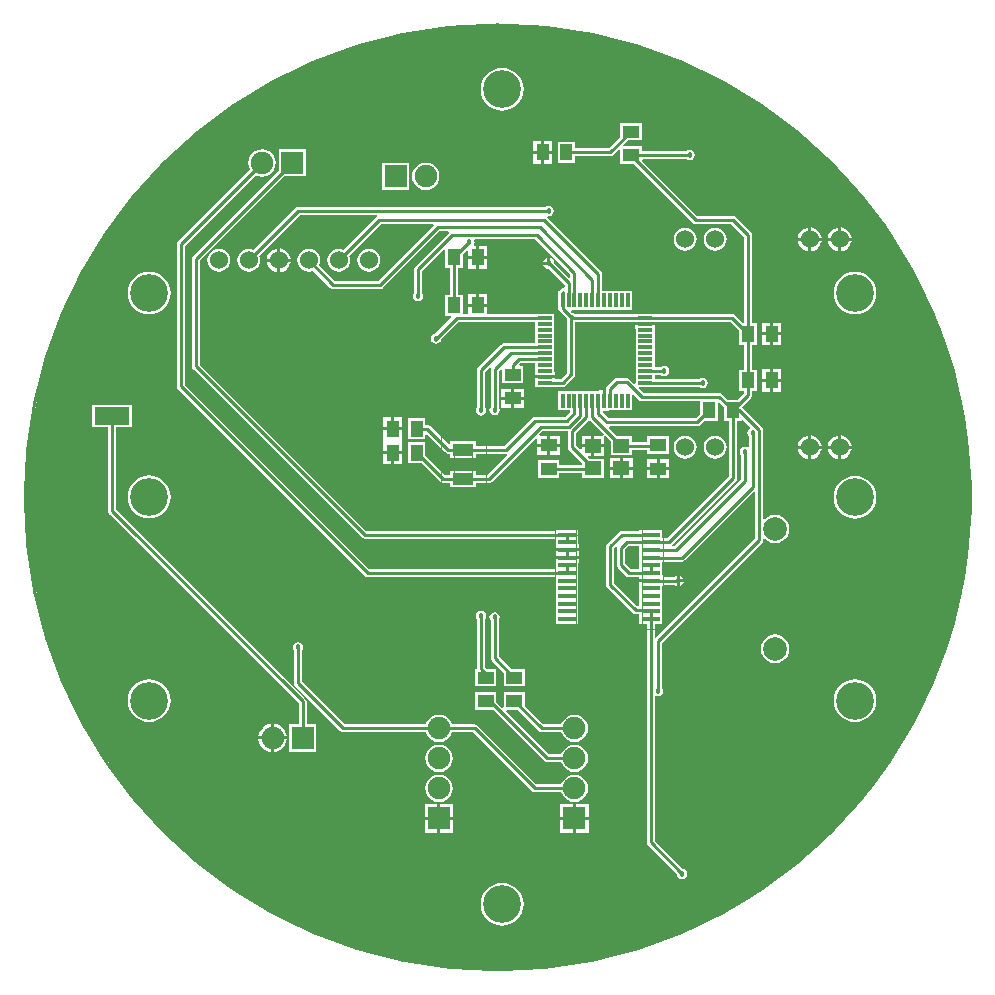
<source format=gtl>
G04*
G04 #@! TF.GenerationSoftware,Altium Limited,Altium Designer,18.1.7 (191)*
G04*
G04 Layer_Physical_Order=1*
G04 Layer_Color=255*
%FSLAX25Y25*%
%MOIN*%
G70*
G01*
G75*
%ADD10C,0.00394*%
%ADD11C,0.01000*%
%ADD14C,0.00197*%
%ADD15R,0.05512X0.04331*%
%ADD16R,0.04331X0.05512*%
%ADD17R,0.07087X0.03937*%
%ADD18R,0.06004X0.01772*%
%ADD19R,0.11811X0.05906*%
%ADD20R,0.04724X0.01181*%
%ADD21R,0.01181X0.04724*%
%ADD22R,0.05512X0.04724*%
%ADD41C,0.06000*%
%ADD42C,0.07480*%
%ADD43O,0.07480X0.07480*%
%ADD44R,0.07480X0.07480*%
%ADD45C,0.07480*%
%ADD46R,0.07480X0.07480*%
%ADD47C,0.07874*%
%ADD48C,0.12598*%
%ADD49C,0.01800*%
G36*
X455588Y464601D02*
X463283Y463843D01*
X470931Y462709D01*
X478514Y461200D01*
X486015Y459321D01*
X493414Y457077D01*
X500694Y454472D01*
X507837Y451513D01*
X514826Y448208D01*
X521645Y444563D01*
X528277Y440588D01*
X534706Y436292D01*
X540916Y431686D01*
X546893Y426781D01*
X552622Y421589D01*
X558089Y416122D01*
X563281Y410393D01*
X568186Y404416D01*
X572792Y398206D01*
X577088Y391777D01*
X581063Y385145D01*
X584708Y378326D01*
X588013Y371337D01*
X590972Y364193D01*
X593577Y356914D01*
X595822Y349515D01*
X597700Y342015D01*
X599209Y334431D01*
X600343Y326783D01*
X601101Y319089D01*
X601480Y311366D01*
Y307500D01*
Y303634D01*
X601101Y295912D01*
X600343Y288217D01*
X599209Y280569D01*
X597700Y272986D01*
X595822Y265485D01*
X593577Y258086D01*
X590972Y250806D01*
X588013Y243663D01*
X584708Y236674D01*
X581063Y229855D01*
X577088Y223223D01*
X572792Y216794D01*
X568186Y210584D01*
X563281Y204607D01*
X558089Y198878D01*
X552622Y193411D01*
X546893Y188219D01*
X540916Y183314D01*
X534706Y178708D01*
X528277Y174412D01*
X521645Y170437D01*
X514826Y166792D01*
X507837Y163487D01*
X500694Y160528D01*
X493414Y157923D01*
X486015Y155678D01*
X478514Y153800D01*
X470931Y152291D01*
X463283Y151157D01*
X455588Y150399D01*
X447866Y150020D01*
X440134D01*
X432411Y150399D01*
X424717Y151157D01*
X417069Y152291D01*
X409485Y153800D01*
X401985Y155678D01*
X394586Y157923D01*
X387306Y160528D01*
X380163Y163487D01*
X373174Y166792D01*
X366355Y170437D01*
X359723Y174412D01*
X353294Y178708D01*
X347084Y183314D01*
X341107Y188219D01*
X335378Y193411D01*
X329911Y198878D01*
X324719Y204607D01*
X319813Y210584D01*
X315208Y216794D01*
X310912Y223223D01*
X306937Y229855D01*
X303292Y236674D01*
X299987Y243663D01*
X297028Y250806D01*
X294423Y258086D01*
X292179Y265485D01*
X290300Y272986D01*
X288791Y280569D01*
X287657Y288217D01*
X286899Y295912D01*
X286520Y303634D01*
Y307500D01*
Y311366D01*
X286899Y319089D01*
X287657Y326783D01*
X288791Y334431D01*
X290300Y342015D01*
X292179Y349515D01*
X294423Y356914D01*
X297028Y364193D01*
X299987Y371337D01*
X303292Y378326D01*
X306937Y385145D01*
X310912Y391777D01*
X315208Y398206D01*
X319813Y404416D01*
X324719Y410393D01*
X329911Y416122D01*
X335378Y421589D01*
X341107Y426781D01*
X347084Y431686D01*
X353294Y436292D01*
X359723Y440588D01*
X366355Y444563D01*
X373174Y448208D01*
X380163Y451513D01*
X387306Y454472D01*
X394586Y457077D01*
X401985Y459321D01*
X409485Y461200D01*
X417069Y462709D01*
X424717Y463843D01*
X432411Y464601D01*
X440134Y464980D01*
X447866D01*
X455588Y464601D01*
D02*
G37*
%LPC*%
G36*
X445000Y450634D02*
X443608Y450496D01*
X442270Y450091D01*
X441037Y449431D01*
X439956Y448544D01*
X439069Y447463D01*
X438410Y446230D01*
X438003Y444892D01*
X437866Y443500D01*
X438003Y442108D01*
X438410Y440770D01*
X439069Y439537D01*
X439956Y438456D01*
X441037Y437569D01*
X442270Y436909D01*
X443608Y436504D01*
X445000Y436366D01*
X446392Y436504D01*
X447730Y436909D01*
X448963Y437569D01*
X450044Y438456D01*
X450931Y439537D01*
X451590Y440770D01*
X451997Y442108D01*
X452134Y443500D01*
X451997Y444892D01*
X451590Y446230D01*
X450931Y447463D01*
X450044Y448544D01*
X448963Y449431D01*
X447730Y450091D01*
X446392Y450496D01*
X445000Y450634D01*
D02*
G37*
G36*
X491556Y432402D02*
X484444D01*
Y427756D01*
X480514Y423826D01*
X469402D01*
Y426056D01*
X463472D01*
Y418944D01*
X469402D01*
Y421174D01*
X481063D01*
X481570Y421275D01*
X482000Y421563D01*
X483982Y423545D01*
X484444Y423353D01*
Y418598D01*
X489091D01*
X508626Y399063D01*
X509056Y398775D01*
X509563Y398675D01*
X521451D01*
X525737Y394388D01*
Y365904D01*
X525238Y365700D01*
X522674Y368264D01*
X522243Y368551D01*
X521736Y368652D01*
X495894D01*
Y368717D01*
X489570D01*
Y368652D01*
X469332D01*
X468919Y368928D01*
X468432Y369025D01*
X468049Y369408D01*
X468240Y369870D01*
X468732D01*
Y370070D01*
X488217D01*
Y376395D01*
X478310D01*
Y382055D01*
X478209Y382562D01*
X477921Y382992D01*
X460071Y400842D01*
X460284Y401310D01*
X460500Y401267D01*
X461163Y401399D01*
X461726Y401774D01*
X462101Y402337D01*
X462233Y403000D01*
X462101Y403663D01*
X461726Y404226D01*
X461163Y404601D01*
X460500Y404733D01*
X459837Y404601D01*
X459424Y404325D01*
X377000D01*
X376493Y404225D01*
X376063Y403937D01*
X362083Y389957D01*
X361492Y390202D01*
X360500Y390333D01*
X359508Y390202D01*
X358584Y389819D01*
X357790Y389210D01*
X357181Y388416D01*
X356798Y387492D01*
X356667Y386500D01*
X356798Y385508D01*
X357181Y384584D01*
X357790Y383790D01*
X358584Y383181D01*
X359508Y382798D01*
X360500Y382667D01*
X361492Y382798D01*
X362416Y383181D01*
X363210Y383790D01*
X363819Y384584D01*
X364202Y385508D01*
X364333Y386500D01*
X364202Y387492D01*
X363957Y388083D01*
X377549Y401675D01*
X403335D01*
X403398Y401494D01*
X403418Y401174D01*
X403063Y400937D01*
X392083Y389957D01*
X391492Y390202D01*
X390500Y390333D01*
X389508Y390202D01*
X388584Y389819D01*
X387790Y389210D01*
X387181Y388416D01*
X386798Y387492D01*
X386667Y386500D01*
X386798Y385508D01*
X387181Y384584D01*
X387790Y383790D01*
X388584Y383181D01*
X389508Y382798D01*
X390500Y382667D01*
X391492Y382798D01*
X392416Y383181D01*
X393210Y383790D01*
X393819Y384584D01*
X394202Y385508D01*
X394333Y386500D01*
X394202Y387492D01*
X393957Y388083D01*
X404549Y398675D01*
X422093D01*
X422300Y398175D01*
X403778Y379652D01*
X389222D01*
X383957Y384917D01*
X384202Y385508D01*
X384333Y386500D01*
X384202Y387492D01*
X383819Y388416D01*
X383210Y389210D01*
X382416Y389819D01*
X381492Y390202D01*
X380500Y390333D01*
X379508Y390202D01*
X378584Y389819D01*
X377790Y389210D01*
X377181Y388416D01*
X376798Y387492D01*
X376667Y386500D01*
X376798Y385508D01*
X377181Y384584D01*
X377790Y383790D01*
X378584Y383181D01*
X379508Y382798D01*
X380500Y382667D01*
X381492Y382798D01*
X382083Y383043D01*
X387736Y377390D01*
X388166Y377102D01*
X388673Y377001D01*
X404327D01*
X404834Y377102D01*
X405264Y377390D01*
X424049Y396175D01*
X427093D01*
X427300Y395674D01*
X416063Y384437D01*
X415775Y384007D01*
X415674Y383500D01*
Y375641D01*
X415399Y375228D01*
X415267Y374564D01*
X415399Y373901D01*
X415774Y373339D01*
X416337Y372963D01*
X417000Y372831D01*
X417663Y372963D01*
X418226Y373339D01*
X418601Y373901D01*
X418733Y374564D01*
X418601Y375228D01*
X418326Y375641D01*
Y382951D01*
X425636Y390261D01*
X426098Y390070D01*
Y383944D01*
X427738D01*
Y375056D01*
X426098D01*
Y367944D01*
X427916D01*
X428108Y367482D01*
X422753Y362127D01*
X422266Y362031D01*
X421703Y361655D01*
X421328Y361092D01*
X421196Y360429D01*
X421328Y359766D01*
X421703Y359204D01*
X422266Y358828D01*
X422929Y358696D01*
X423592Y358828D01*
X424155Y359204D01*
X424531Y359766D01*
X424627Y360253D01*
X430376Y366001D01*
X456106D01*
Y361999D01*
Y358810D01*
X445484D01*
X444977Y358709D01*
X444547Y358421D01*
X437063Y350937D01*
X436775Y350507D01*
X436674Y350000D01*
Y337576D01*
X436399Y337163D01*
X436267Y336500D01*
X436399Y335837D01*
X436774Y335274D01*
X437337Y334899D01*
X438000Y334767D01*
X438663Y334899D01*
X439226Y335274D01*
X439601Y335837D01*
X439733Y336500D01*
X439601Y337163D01*
X439326Y337576D01*
Y349451D01*
X440977Y351103D01*
X441366Y350784D01*
X441275Y350649D01*
X441175Y350142D01*
Y337698D01*
X440899Y337285D01*
X440767Y336621D01*
X440899Y335958D01*
X441274Y335396D01*
X441837Y335020D01*
X442500Y334888D01*
X443163Y335020D01*
X443726Y335396D01*
X444101Y335958D01*
X444233Y336621D01*
X444101Y337285D01*
X443825Y337698D01*
Y349593D01*
X444502Y350269D01*
X444964Y350078D01*
Y345472D01*
X452076D01*
Y351402D01*
X450930D01*
X450739Y351864D01*
X451096Y352222D01*
X456106D01*
Y349232D01*
X455905D01*
Y348142D01*
X459268D01*
X462630D01*
Y349232D01*
X462430D01*
Y352157D01*
Y356094D01*
Y360031D01*
Y363968D01*
Y368717D01*
X456106D01*
Y368652D01*
X440102D01*
Y371000D01*
X436937D01*
X433772D01*
Y368652D01*
X432028D01*
Y375056D01*
X430388D01*
Y383944D01*
X432028D01*
Y388591D01*
X433310Y389872D01*
X433772Y389681D01*
Y388000D01*
X436437D01*
Y391256D01*
X435878D01*
X435610Y391756D01*
X435664Y391837D01*
X435796Y392500D01*
X435675Y393111D01*
X435705Y393255D01*
X435895Y393612D01*
X456002D01*
X467785Y381829D01*
Y380743D01*
X467323Y380552D01*
X462427Y385448D01*
X462437Y385500D01*
X462290Y386241D01*
X461870Y386870D01*
X461241Y387290D01*
X461000Y387338D01*
Y385500D01*
X460500D01*
Y385000D01*
X458662D01*
X458710Y384759D01*
X459130Y384130D01*
X459759Y383710D01*
X460500Y383563D01*
X460552Y383573D01*
X465816Y378309D01*
Y377516D01*
X465316Y377124D01*
X465173Y377152D01*
X464666Y377051D01*
X464236Y376764D01*
X463989Y376395D01*
X463783D01*
Y370070D01*
X463978D01*
X464027Y369824D01*
X464314Y369394D01*
X466558Y367150D01*
X466655Y366664D01*
X466675Y366634D01*
Y349049D01*
X464624Y346999D01*
X462630D01*
Y347142D01*
X459268D01*
X455905D01*
Y346051D01*
X456106D01*
Y344283D01*
X462430D01*
Y344348D01*
X465173D01*
X465681Y344449D01*
X466111Y344736D01*
X468937Y347563D01*
X469225Y347993D01*
X469325Y348500D01*
Y365997D01*
X469332Y366001D01*
X489370D01*
Y365858D01*
X492732D01*
X496095D01*
Y366001D01*
X521187D01*
X524098Y363091D01*
Y358444D01*
X525737D01*
Y350056D01*
X524098D01*
Y342944D01*
X525737D01*
Y342175D01*
X523618Y340056D01*
X520256D01*
X518374Y341937D01*
X517944Y342225D01*
X517437Y342325D01*
X492049D01*
X490554Y343821D01*
X490745Y344283D01*
X495894D01*
Y344348D01*
X510751D01*
X511164Y344072D01*
X511827Y343940D01*
X512490Y344072D01*
X513052Y344448D01*
X513428Y345010D01*
X513560Y345673D01*
X513428Y346337D01*
X513052Y346899D01*
X512490Y347275D01*
X511827Y347407D01*
X511164Y347275D01*
X510751Y346999D01*
X495894D01*
Y348285D01*
X497924D01*
X498337Y348009D01*
X499000Y347877D01*
X499663Y348009D01*
X500226Y348385D01*
X500601Y348947D01*
X500733Y349610D01*
X500601Y350273D01*
X500226Y350836D01*
X499663Y351212D01*
X499000Y351343D01*
X498337Y351212D01*
X497924Y350936D01*
X495894D01*
Y351001D01*
Y356094D01*
Y360031D01*
Y363768D01*
X496095D01*
Y364858D01*
X492732D01*
X489370D01*
Y363768D01*
X489570D01*
Y361999D01*
Y358062D01*
Y354125D01*
Y350188D01*
Y345458D01*
X489108Y345266D01*
X487437Y346937D01*
X487007Y347225D01*
X486500Y347325D01*
X483343D01*
X482835Y347225D01*
X482405Y346937D01*
X479984Y344516D01*
X479697Y344086D01*
X479596Y343579D01*
Y343130D01*
X479453D01*
Y339768D01*
X478453D01*
Y343130D01*
X477362D01*
Y342930D01*
X463783D01*
Y336606D01*
X467655D01*
X467731Y336105D01*
X465951Y334326D01*
X456000D01*
X455493Y334225D01*
X455063Y333937D01*
X445872Y324747D01*
X436343D01*
Y326190D01*
X427657D01*
Y325362D01*
X427157Y325155D01*
X420953Y331359D01*
X420523Y331646D01*
X420016Y331747D01*
X419434D01*
Y333977D01*
X413503D01*
Y326865D01*
X419434D01*
Y328421D01*
X419934Y328629D01*
X426079Y322484D01*
X426509Y322197D01*
X427016Y322096D01*
X427657D01*
Y320653D01*
X436343D01*
Y322096D01*
X446421D01*
X446537Y322119D01*
X446784Y321658D01*
X440030Y314904D01*
X436343D01*
Y316347D01*
X427657D01*
Y314904D01*
X425860D01*
X419434Y321330D01*
Y325977D01*
X413503D01*
Y318865D01*
X418150D01*
X424374Y312642D01*
X424804Y312354D01*
X425311Y312253D01*
X427657D01*
Y310810D01*
X436343D01*
Y312253D01*
X440579D01*
X441086Y312354D01*
X441516Y312642D01*
X456282Y327408D01*
X456744Y327216D01*
Y325437D01*
X460000D01*
Y328102D01*
X457630D01*
X457439Y328564D01*
X458549Y329675D01*
X466773D01*
X466930Y329483D01*
Y324279D01*
X467031Y323772D01*
X467319Y323342D01*
X471720Y318941D01*
Y318389D01*
X464056D01*
Y320028D01*
X456944D01*
Y314097D01*
X464056D01*
Y315738D01*
X471720D01*
Y314098D01*
X478831D01*
Y320422D01*
X473988D01*
X473494Y320916D01*
X473685Y321378D01*
X474776D01*
Y324240D01*
X471520D01*
Y323544D01*
X471058Y323352D01*
X469582Y324828D01*
Y328934D01*
X473984Y333337D01*
X474229Y333361D01*
X478988Y328602D01*
X478781Y328102D01*
X478635Y328102D01*
X475776D01*
Y325240D01*
X479032D01*
Y327700D01*
X479032Y327852D01*
X479531Y328059D01*
X481169Y326422D01*
Y321578D01*
X488280D01*
Y323415D01*
X493444D01*
Y321972D01*
X500556D01*
Y327902D01*
X493444D01*
Y326066D01*
X488280D01*
Y327902D01*
X483437D01*
X480626Y330713D01*
X480818Y331174D01*
X510063D01*
X510570Y331275D01*
X511000Y331563D01*
X512382Y332944D01*
X517028D01*
Y338881D01*
X517490Y339072D01*
X518972Y337591D01*
Y332944D01*
X520611D01*
Y314486D01*
X499967Y293841D01*
X498326D01*
Y296761D01*
X490722D01*
Y296400D01*
X484902D01*
X484394Y296299D01*
X483964Y296012D01*
X480063Y292110D01*
X479775Y291681D01*
X479674Y291173D01*
Y278413D01*
X479775Y277906D01*
X480063Y277476D01*
X488618Y268920D01*
X489048Y268633D01*
X489556Y268532D01*
X490722D01*
Y265239D01*
X493198D01*
Y192476D01*
X493299Y191969D01*
X493586Y191539D01*
X503302Y181824D01*
X503399Y181337D01*
X503774Y180774D01*
X504337Y180399D01*
X505000Y180267D01*
X505663Y180399D01*
X506226Y180774D01*
X506601Y181337D01*
X506733Y182000D01*
X506601Y182663D01*
X506226Y183226D01*
X505663Y183601D01*
X505176Y183698D01*
X495849Y193025D01*
Y241123D01*
X496259Y241412D01*
X496349Y241396D01*
X497000Y241267D01*
X497663Y241399D01*
X498226Y241774D01*
X498601Y242337D01*
X498733Y243000D01*
X498601Y243663D01*
X498325Y244076D01*
Y258951D01*
X531700Y292326D01*
X531988Y292756D01*
X532089Y293263D01*
Y293519D01*
X532562Y293679D01*
X532621Y293602D01*
X533611Y292843D01*
X534763Y292365D01*
X536000Y292202D01*
X537237Y292365D01*
X538389Y292843D01*
X539378Y293602D01*
X540138Y294591D01*
X540615Y295744D01*
X540778Y296980D01*
X540615Y298217D01*
X540138Y299369D01*
X539378Y300359D01*
X538389Y301118D01*
X537237Y301595D01*
X536000Y301758D01*
X534763Y301595D01*
X533611Y301118D01*
X532621Y300359D01*
X532499Y300199D01*
X532025Y300360D01*
Y329911D01*
X531925Y330418D01*
X531637Y330849D01*
X525048Y337437D01*
X525229Y337918D01*
X528000Y340689D01*
X528288Y341119D01*
X528389Y341626D01*
Y342944D01*
X530028D01*
Y350056D01*
X528389D01*
Y358444D01*
X530028D01*
Y365556D01*
X528389D01*
Y394937D01*
X528288Y395444D01*
X528000Y395874D01*
X522937Y400937D01*
X522507Y401225D01*
X522000Y401326D01*
X510112D01*
X491700Y419737D01*
X491904Y420237D01*
X506423D01*
X506836Y419962D01*
X507499Y419830D01*
X508163Y419962D01*
X508725Y420337D01*
X509101Y420900D01*
X509233Y421563D01*
X509101Y422226D01*
X508725Y422789D01*
X508163Y423164D01*
X507499Y423296D01*
X506836Y423164D01*
X506423Y422889D01*
X491556D01*
Y424528D01*
X485619D01*
X485428Y424990D01*
X486909Y426472D01*
X491556D01*
Y432402D01*
D02*
G37*
G36*
X461728Y426256D02*
X459063D01*
Y423000D01*
X461728D01*
Y426256D01*
D02*
G37*
G36*
X458063D02*
X455398D01*
Y423000D01*
X458063D01*
Y426256D01*
D02*
G37*
G36*
X461728Y422000D02*
X459063D01*
Y418744D01*
X461728D01*
Y422000D01*
D02*
G37*
G36*
X458063D02*
X455398D01*
Y418744D01*
X458063D01*
Y422000D01*
D02*
G37*
G36*
X365000Y423579D02*
X363815Y423423D01*
X362710Y422966D01*
X361762Y422238D01*
X361034Y421290D01*
X360577Y420185D01*
X360421Y419000D01*
X360577Y417815D01*
X360976Y416851D01*
X337063Y392937D01*
X336775Y392507D01*
X336674Y392000D01*
Y344500D01*
X336775Y343993D01*
X337063Y343563D01*
X399283Y281342D01*
X399713Y281055D01*
X400220Y280954D01*
X462674D01*
Y278035D01*
Y275476D01*
Y272917D01*
Y270357D01*
Y267798D01*
Y265239D01*
X470278D01*
Y267798D01*
Y270357D01*
Y272917D01*
Y275476D01*
Y278035D01*
Y280594D01*
Y285512D01*
X470478D01*
Y286898D01*
X462474D01*
Y285512D01*
X462674D01*
Y283605D01*
X400770D01*
X339325Y345049D01*
Y391451D01*
X362851Y414976D01*
X363815Y414577D01*
X365000Y414421D01*
X366185Y414577D01*
X367290Y415034D01*
X368238Y415762D01*
X368966Y416710D01*
X369423Y417815D01*
X369579Y419000D01*
X369423Y420185D01*
X368966Y421290D01*
X368238Y422238D01*
X367290Y422966D01*
X366185Y423423D01*
X365000Y423579D01*
D02*
G37*
G36*
X414040Y419040D02*
X404960D01*
Y409960D01*
X414040D01*
Y419040D01*
D02*
G37*
G36*
X419500Y419079D02*
X418315Y418923D01*
X417210Y418466D01*
X416262Y417738D01*
X415534Y416790D01*
X415077Y415685D01*
X414921Y414500D01*
X415077Y413315D01*
X415534Y412210D01*
X416262Y411262D01*
X417210Y410534D01*
X418315Y410077D01*
X419500Y409921D01*
X420685Y410077D01*
X421790Y410534D01*
X422738Y411262D01*
X423466Y412210D01*
X423923Y413315D01*
X424079Y414500D01*
X423923Y415685D01*
X423466Y416790D01*
X422738Y417738D01*
X421790Y418466D01*
X420685Y418923D01*
X419500Y419079D01*
D02*
G37*
G36*
X558020Y397469D02*
Y394000D01*
X561488D01*
X561417Y394544D01*
X561014Y395517D01*
X560372Y396353D01*
X559537Y396994D01*
X558564Y397397D01*
X558020Y397469D01*
D02*
G37*
G36*
X548020D02*
Y394000D01*
X551488D01*
X551417Y394544D01*
X551014Y395517D01*
X550373Y396353D01*
X549537Y396994D01*
X548564Y397397D01*
X548020Y397469D01*
D02*
G37*
G36*
X557020Y397469D02*
X556475Y397397D01*
X555502Y396994D01*
X554667Y396353D01*
X554026Y395517D01*
X553623Y394544D01*
X553551Y394000D01*
X557020D01*
Y397469D01*
D02*
G37*
G36*
X547020D02*
X546476Y397397D01*
X545502Y396994D01*
X544667Y396353D01*
X544026Y395517D01*
X543623Y394544D01*
X543551Y394000D01*
X547020D01*
Y397469D01*
D02*
G37*
G36*
X516024Y397333D02*
X515032Y397202D01*
X514107Y396819D01*
X513313Y396210D01*
X512704Y395416D01*
X512321Y394492D01*
X512191Y393500D01*
X512321Y392508D01*
X512704Y391584D01*
X513313Y390790D01*
X514107Y390181D01*
X515032Y389798D01*
X516024Y389667D01*
X517016Y389798D01*
X517940Y390181D01*
X518734Y390790D01*
X519343Y391584D01*
X519726Y392508D01*
X519856Y393500D01*
X519726Y394492D01*
X519343Y395416D01*
X518734Y396210D01*
X517940Y396819D01*
X517016Y397202D01*
X516024Y397333D01*
D02*
G37*
G36*
X506024D02*
X505032Y397202D01*
X504107Y396819D01*
X503313Y396210D01*
X502704Y395416D01*
X502321Y394492D01*
X502191Y393500D01*
X502321Y392508D01*
X502704Y391584D01*
X503313Y390790D01*
X504107Y390181D01*
X505032Y389798D01*
X506024Y389667D01*
X507016Y389798D01*
X507940Y390181D01*
X508734Y390790D01*
X509343Y391584D01*
X509726Y392508D01*
X509856Y393500D01*
X509726Y394492D01*
X509343Y395416D01*
X508734Y396210D01*
X507940Y396819D01*
X507016Y397202D01*
X506024Y397333D01*
D02*
G37*
G36*
X557020Y393000D02*
X553551D01*
X553623Y392456D01*
X554026Y391483D01*
X554667Y390647D01*
X555502Y390006D01*
X556475Y389603D01*
X557020Y389531D01*
Y393000D01*
D02*
G37*
G36*
X547020D02*
X543551D01*
X543623Y392456D01*
X544026Y391483D01*
X544667Y390647D01*
X545502Y390006D01*
X546476Y389603D01*
X547020Y389531D01*
Y393000D01*
D02*
G37*
G36*
X561488D02*
X558020D01*
Y389531D01*
X558564Y389603D01*
X559537Y390006D01*
X560372Y390647D01*
X561014Y391483D01*
X561417Y392456D01*
X561488Y393000D01*
D02*
G37*
G36*
X551488D02*
X548020D01*
Y389531D01*
X548564Y389603D01*
X549537Y390006D01*
X550373Y390647D01*
X551014Y391483D01*
X551417Y392456D01*
X551488Y393000D01*
D02*
G37*
G36*
X440102Y391256D02*
X437437D01*
Y388000D01*
X440102D01*
Y391256D01*
D02*
G37*
G36*
X371000Y390469D02*
Y387000D01*
X374469D01*
X374397Y387544D01*
X373994Y388517D01*
X373353Y389353D01*
X372517Y389994D01*
X371544Y390397D01*
X371000Y390469D01*
D02*
G37*
G36*
X370000D02*
X369456Y390397D01*
X368483Y389994D01*
X367647Y389353D01*
X367006Y388517D01*
X366603Y387544D01*
X366531Y387000D01*
X370000D01*
Y390469D01*
D02*
G37*
G36*
X460000Y387338D02*
X459759Y387290D01*
X459130Y386870D01*
X458710Y386241D01*
X458662Y386000D01*
X460000D01*
Y387338D01*
D02*
G37*
G36*
X440102Y387000D02*
X437437D01*
Y383744D01*
X440102D01*
Y387000D01*
D02*
G37*
G36*
X436437D02*
X433772D01*
Y383744D01*
X436437D01*
Y387000D01*
D02*
G37*
G36*
X400500Y390333D02*
X399508Y390202D01*
X398584Y389819D01*
X397790Y389210D01*
X397181Y388416D01*
X396798Y387492D01*
X396667Y386500D01*
X396798Y385508D01*
X397181Y384584D01*
X397790Y383790D01*
X398584Y383181D01*
X399508Y382798D01*
X400500Y382667D01*
X401492Y382798D01*
X402416Y383181D01*
X403210Y383790D01*
X403819Y384584D01*
X404202Y385508D01*
X404333Y386500D01*
X404202Y387492D01*
X403819Y388416D01*
X403210Y389210D01*
X402416Y389819D01*
X401492Y390202D01*
X400500Y390333D01*
D02*
G37*
G36*
X350500D02*
X349508Y390202D01*
X348584Y389819D01*
X347790Y389210D01*
X347181Y388416D01*
X346798Y387492D01*
X346667Y386500D01*
X346798Y385508D01*
X347181Y384584D01*
X347790Y383790D01*
X348584Y383181D01*
X349508Y382798D01*
X350500Y382667D01*
X351492Y382798D01*
X352416Y383181D01*
X353210Y383790D01*
X353819Y384584D01*
X354202Y385508D01*
X354333Y386500D01*
X354202Y387492D01*
X353819Y388416D01*
X353210Y389210D01*
X352416Y389819D01*
X351492Y390202D01*
X350500Y390333D01*
D02*
G37*
G36*
X374469Y386000D02*
X371000D01*
Y382531D01*
X371544Y382603D01*
X372517Y383006D01*
X373353Y383647D01*
X373994Y384483D01*
X374397Y385456D01*
X374469Y386000D01*
D02*
G37*
G36*
X370000D02*
X366531D01*
X366603Y385456D01*
X367006Y384483D01*
X367647Y383647D01*
X368483Y383006D01*
X369456Y382603D01*
X370000Y382531D01*
Y386000D01*
D02*
G37*
G36*
X440102Y375256D02*
X437437D01*
Y372000D01*
X440102D01*
Y375256D01*
D02*
G37*
G36*
X436437D02*
X433772D01*
Y372000D01*
X436437D01*
Y375256D01*
D02*
G37*
G36*
X562629Y382720D02*
X561238Y382583D01*
X559900Y382177D01*
X558666Y381518D01*
X557585Y380631D01*
X556698Y379550D01*
X556039Y378316D01*
X555633Y376978D01*
X555496Y375587D01*
X555633Y374195D01*
X556039Y372857D01*
X556698Y371623D01*
X557585Y370542D01*
X558666Y369655D01*
X559900Y368996D01*
X561238Y368590D01*
X562629Y368453D01*
X564021Y368590D01*
X565359Y368996D01*
X566593Y369655D01*
X567674Y370542D01*
X568561Y371623D01*
X569220Y372857D01*
X569626Y374195D01*
X569763Y375587D01*
X569626Y376978D01*
X569220Y378316D01*
X568561Y379550D01*
X567674Y380631D01*
X566593Y381518D01*
X565359Y382177D01*
X564021Y382583D01*
X562629Y382720D01*
D02*
G37*
G36*
X327371D02*
X325979Y382583D01*
X324641Y382177D01*
X323407Y381518D01*
X322326Y380631D01*
X321439Y379550D01*
X320780Y378316D01*
X320374Y376978D01*
X320237Y375587D01*
X320374Y374195D01*
X320780Y372857D01*
X321439Y371623D01*
X322326Y370542D01*
X323407Y369655D01*
X324641Y368996D01*
X325979Y368590D01*
X327371Y368453D01*
X328762Y368590D01*
X330100Y368996D01*
X331334Y369655D01*
X332415Y370542D01*
X333302Y371623D01*
X333961Y372857D01*
X334367Y374195D01*
X334504Y375587D01*
X334367Y376978D01*
X333961Y378316D01*
X333302Y379550D01*
X332415Y380631D01*
X331334Y381518D01*
X330100Y382177D01*
X328762Y382583D01*
X327371Y382720D01*
D02*
G37*
G36*
X538102Y365756D02*
X535437D01*
Y362500D01*
X538102D01*
Y365756D01*
D02*
G37*
G36*
X534437D02*
X531772D01*
Y362500D01*
X534437D01*
Y365756D01*
D02*
G37*
G36*
X538102Y361500D02*
X535437D01*
Y358244D01*
X538102D01*
Y361500D01*
D02*
G37*
G36*
X534437D02*
X531772D01*
Y358244D01*
X534437D01*
Y361500D01*
D02*
G37*
G36*
X538102Y350256D02*
X535437D01*
Y347000D01*
X538102D01*
Y350256D01*
D02*
G37*
G36*
X534437D02*
X531772D01*
Y347000D01*
X534437D01*
Y350256D01*
D02*
G37*
G36*
X538102Y346000D02*
X535437D01*
Y342744D01*
X538102D01*
Y346000D01*
D02*
G37*
G36*
X534437D02*
X531772D01*
Y342744D01*
X534437D01*
Y346000D01*
D02*
G37*
G36*
X452276Y343728D02*
X449020D01*
Y341063D01*
X452276D01*
Y343728D01*
D02*
G37*
G36*
X448020D02*
X444764D01*
Y341063D01*
X448020D01*
Y343728D01*
D02*
G37*
G36*
X452276Y340063D02*
X449020D01*
Y337398D01*
X452276D01*
Y340063D01*
D02*
G37*
G36*
X448020D02*
X444764D01*
Y337398D01*
X448020D01*
Y340063D01*
D02*
G37*
G36*
X411760Y334177D02*
X409094D01*
Y330921D01*
X411760D01*
Y334177D01*
D02*
G37*
G36*
X408095D02*
X405429D01*
Y330921D01*
X408095D01*
Y334177D01*
D02*
G37*
G36*
X464256Y328102D02*
X461000D01*
Y325437D01*
X464256D01*
Y328102D01*
D02*
G37*
G36*
X474776Y328102D02*
X471520D01*
Y325240D01*
X474776D01*
Y328102D01*
D02*
G37*
G36*
X558020Y328177D02*
Y324709D01*
X561488D01*
X561417Y325253D01*
X561014Y326226D01*
X560372Y327062D01*
X559537Y327703D01*
X558564Y328106D01*
X558020Y328177D01*
D02*
G37*
G36*
X548020D02*
Y324709D01*
X551488D01*
X551417Y325253D01*
X551014Y326226D01*
X550373Y327062D01*
X549537Y327703D01*
X548564Y328106D01*
X548020Y328177D01*
D02*
G37*
G36*
X557020Y328177D02*
X556475Y328106D01*
X555502Y327703D01*
X554667Y327062D01*
X554026Y326226D01*
X553623Y325253D01*
X553551Y324709D01*
X557020D01*
Y328177D01*
D02*
G37*
G36*
X547020D02*
X546476Y328106D01*
X545502Y327703D01*
X544667Y327062D01*
X544026Y326226D01*
X543623Y325253D01*
X543551Y324709D01*
X547020D01*
Y328177D01*
D02*
G37*
G36*
X411760Y329921D02*
X408595D01*
X405429D01*
Y326677D01*
X405429Y326665D01*
Y326177D01*
X405429Y326165D01*
Y322921D01*
X408595D01*
X411760D01*
Y326165D01*
X411760Y326177D01*
Y326665D01*
X411760Y326677D01*
Y329921D01*
D02*
G37*
G36*
X464256Y324437D02*
X461000D01*
Y321771D01*
X464256D01*
Y324437D01*
D02*
G37*
G36*
X460000D02*
X456744D01*
Y321771D01*
X460000D01*
Y324437D01*
D02*
G37*
G36*
X479032Y324240D02*
X475776D01*
Y321378D01*
X479032D01*
Y324240D01*
D02*
G37*
G36*
X516024Y328041D02*
X515032Y327911D01*
X514107Y327528D01*
X513313Y326919D01*
X512704Y326125D01*
X512321Y325201D01*
X512191Y324209D01*
X512321Y323217D01*
X512704Y322292D01*
X513313Y321498D01*
X514107Y320889D01*
X515032Y320507D01*
X516024Y320376D01*
X517016Y320507D01*
X517940Y320889D01*
X518734Y321498D01*
X519343Y322292D01*
X519726Y323217D01*
X519856Y324209D01*
X519726Y325201D01*
X519343Y326125D01*
X518734Y326919D01*
X517940Y327528D01*
X517016Y327911D01*
X516024Y328041D01*
D02*
G37*
G36*
X506024D02*
X505032Y327911D01*
X504107Y327528D01*
X503313Y326919D01*
X502704Y326125D01*
X502321Y325201D01*
X502191Y324209D01*
X502321Y323217D01*
X502704Y322292D01*
X503313Y321498D01*
X504107Y320889D01*
X505032Y320507D01*
X506024Y320376D01*
X507016Y320507D01*
X507940Y320889D01*
X508734Y321498D01*
X509343Y322292D01*
X509726Y323217D01*
X509856Y324209D01*
X509726Y325201D01*
X509343Y326125D01*
X508734Y326919D01*
X507940Y327528D01*
X507016Y327911D01*
X506024Y328041D01*
D02*
G37*
G36*
X557020Y323709D02*
X553551D01*
X553623Y323164D01*
X554026Y322191D01*
X554667Y321356D01*
X555502Y320715D01*
X556475Y320312D01*
X557020Y320240D01*
Y323709D01*
D02*
G37*
G36*
X547020D02*
X543551D01*
X543623Y323164D01*
X544026Y322191D01*
X544667Y321356D01*
X545502Y320715D01*
X546476Y320312D01*
X547020Y320240D01*
Y323709D01*
D02*
G37*
G36*
X561488D02*
X558020D01*
Y320240D01*
X558564Y320312D01*
X559537Y320715D01*
X560372Y321356D01*
X561014Y322191D01*
X561417Y323164D01*
X561488Y323709D01*
D02*
G37*
G36*
X551488D02*
X548020D01*
Y320240D01*
X548564Y320312D01*
X549537Y320715D01*
X550373Y321356D01*
X551014Y322191D01*
X551417Y323164D01*
X551488Y323709D01*
D02*
G37*
G36*
X411760Y321921D02*
X409094D01*
Y318665D01*
X411760D01*
Y321921D01*
D02*
G37*
G36*
X408095D02*
X405429D01*
Y318665D01*
X408095D01*
Y321921D01*
D02*
G37*
G36*
X488480Y320622D02*
X485224D01*
Y317760D01*
X488480D01*
Y320622D01*
D02*
G37*
G36*
X484224D02*
X480969D01*
Y317760D01*
X484224D01*
Y320622D01*
D02*
G37*
G36*
X500756Y320228D02*
X497500D01*
Y317563D01*
X500756D01*
Y320228D01*
D02*
G37*
G36*
X496500D02*
X493244D01*
Y317563D01*
X496500D01*
Y320228D01*
D02*
G37*
G36*
X500756Y316563D02*
X497500D01*
Y313898D01*
X500756D01*
Y316563D01*
D02*
G37*
G36*
X496500D02*
X493244D01*
Y313898D01*
X496500D01*
Y316563D01*
D02*
G37*
G36*
X488480Y316760D02*
X485224D01*
Y313898D01*
X488480D01*
Y316760D01*
D02*
G37*
G36*
X484224D02*
X480969D01*
Y313898D01*
X484224D01*
Y316760D01*
D02*
G37*
G36*
X327371Y314807D02*
X325979Y314670D01*
X324641Y314264D01*
X323407Y313605D01*
X322326Y312717D01*
X321439Y311636D01*
X320780Y310403D01*
X320374Y309065D01*
X320237Y307673D01*
X320374Y306281D01*
X320780Y304943D01*
X321439Y303710D01*
X322326Y302629D01*
X323407Y301742D01*
X324641Y301083D01*
X325979Y300677D01*
X327371Y300540D01*
X328762Y300677D01*
X330100Y301083D01*
X331334Y301742D01*
X332415Y302629D01*
X333302Y303710D01*
X333961Y304943D01*
X334367Y306281D01*
X334504Y307673D01*
X334367Y309065D01*
X333961Y310403D01*
X333302Y311636D01*
X332415Y312717D01*
X331334Y313605D01*
X330100Y314264D01*
X328762Y314670D01*
X327371Y314807D01*
D02*
G37*
G36*
X562629Y314634D02*
X561238Y314496D01*
X559900Y314090D01*
X558666Y313431D01*
X557585Y312544D01*
X556698Y311463D01*
X556039Y310230D01*
X555633Y308892D01*
X555496Y307500D01*
X555633Y306108D01*
X556039Y304770D01*
X556698Y303537D01*
X557585Y302456D01*
X558666Y301569D01*
X559900Y300909D01*
X561238Y300503D01*
X562629Y300366D01*
X564021Y300503D01*
X565359Y300909D01*
X566593Y301569D01*
X567674Y302456D01*
X568561Y303537D01*
X569220Y304770D01*
X569626Y306108D01*
X569763Y307500D01*
X569626Y308892D01*
X569220Y310230D01*
X568561Y311463D01*
X567674Y312544D01*
X566593Y313431D01*
X565359Y314090D01*
X564021Y314496D01*
X562629Y314634D01*
D02*
G37*
G36*
X379540Y423540D02*
X370460D01*
Y416334D01*
X342063Y387937D01*
X341775Y387507D01*
X341674Y387000D01*
Y351220D01*
X341775Y350713D01*
X342063Y350283D01*
X398208Y294138D01*
X398639Y293850D01*
X399146Y293749D01*
X462674D01*
Y291843D01*
X462474D01*
Y290457D01*
X470478D01*
Y291843D01*
X470278D01*
Y296761D01*
X462674D01*
Y296400D01*
X399695D01*
X344325Y351769D01*
Y386451D01*
X372334Y414460D01*
X379540D01*
Y423540D01*
D02*
G37*
G36*
X470478Y289457D02*
X462474D01*
Y288071D01*
Y287898D01*
X470478D01*
Y288071D01*
Y289457D01*
D02*
G37*
G36*
X536000Y261798D02*
X534763Y261635D01*
X533611Y261157D01*
X532621Y260398D01*
X531862Y259409D01*
X531385Y258256D01*
X531222Y257020D01*
X531385Y255783D01*
X531862Y254631D01*
X532621Y253641D01*
X533611Y252882D01*
X534763Y252405D01*
X536000Y252242D01*
X537237Y252405D01*
X538389Y252882D01*
X539378Y253641D01*
X540138Y254631D01*
X540615Y255783D01*
X540778Y257020D01*
X540615Y258256D01*
X540138Y259409D01*
X539378Y260398D01*
X538389Y261157D01*
X537237Y261635D01*
X536000Y261798D01*
D02*
G37*
G36*
X442500Y269233D02*
X441837Y269101D01*
X441274Y268726D01*
X440899Y268163D01*
X440767Y267500D01*
X440899Y266837D01*
X441175Y266424D01*
Y254047D01*
X441275Y253540D01*
X441563Y253110D01*
X445554Y249118D01*
Y244472D01*
X452666D01*
Y250402D01*
X448019D01*
X443825Y254596D01*
Y266424D01*
X444101Y266837D01*
X444233Y267500D01*
X444101Y268163D01*
X443726Y268726D01*
X443163Y269101D01*
X442500Y269233D01*
D02*
G37*
G36*
X438000Y269733D02*
X437337Y269601D01*
X436774Y269226D01*
X436399Y268663D01*
X436267Y268000D01*
X436399Y267337D01*
X436674Y266924D01*
Y250437D01*
X436646Y250402D01*
X435944D01*
Y244472D01*
X443056D01*
Y250402D01*
X439909D01*
X439326Y250986D01*
Y266924D01*
X439601Y267337D01*
X439733Y268000D01*
X439601Y268663D01*
X439226Y269226D01*
X438663Y269601D01*
X438000Y269733D01*
D02*
G37*
G36*
X452666Y242528D02*
X445554D01*
Y237536D01*
X445092Y237345D01*
X443056Y239382D01*
Y242528D01*
X435944D01*
Y236598D01*
X442091D01*
X459126Y219563D01*
X459556Y219275D01*
X460063Y219175D01*
X464745D01*
X465144Y218210D01*
X465872Y217262D01*
X466821Y216534D01*
X467925Y216077D01*
X469110Y215921D01*
X470295Y216077D01*
X471400Y216534D01*
X472348Y217262D01*
X473076Y218210D01*
X473533Y219315D01*
X473690Y220500D01*
X473533Y221685D01*
X473076Y222790D01*
X472348Y223738D01*
X471400Y224466D01*
X470295Y224923D01*
X469110Y225079D01*
X467925Y224923D01*
X466821Y224466D01*
X465872Y223738D01*
X465144Y222790D01*
X464745Y221826D01*
X460612D01*
X446302Y236136D01*
X446493Y236598D01*
X450201D01*
X457236Y229563D01*
X457666Y229275D01*
X458173Y229174D01*
X464745D01*
X465144Y228210D01*
X465872Y227262D01*
X466821Y226534D01*
X467925Y226077D01*
X469110Y225921D01*
X470295Y226077D01*
X471400Y226534D01*
X472348Y227262D01*
X473076Y228210D01*
X473533Y229315D01*
X473690Y230500D01*
X473533Y231685D01*
X473076Y232790D01*
X472348Y233738D01*
X471400Y234466D01*
X470295Y234923D01*
X469110Y235079D01*
X467925Y234923D01*
X466821Y234466D01*
X465872Y233738D01*
X465144Y232790D01*
X464745Y231825D01*
X458722D01*
X452666Y237882D01*
Y242528D01*
D02*
G37*
G36*
X562629Y246893D02*
X561238Y246756D01*
X559900Y246350D01*
X558666Y245691D01*
X557585Y244804D01*
X556698Y243723D01*
X556039Y242490D01*
X555633Y241151D01*
X555496Y239760D01*
X555633Y238368D01*
X556039Y237030D01*
X556698Y235797D01*
X557585Y234716D01*
X558666Y233828D01*
X559900Y233169D01*
X561238Y232763D01*
X562629Y232626D01*
X564021Y232763D01*
X565359Y233169D01*
X566593Y233828D01*
X567674Y234716D01*
X568561Y235797D01*
X569220Y237030D01*
X569626Y238368D01*
X569763Y239760D01*
X569626Y241151D01*
X569220Y242490D01*
X568561Y243723D01*
X567674Y244804D01*
X566593Y245691D01*
X565359Y246350D01*
X564021Y246756D01*
X562629Y246893D01*
D02*
G37*
G36*
X327371D02*
X325979Y246756D01*
X324641Y246350D01*
X323407Y245691D01*
X322326Y244804D01*
X321439Y243723D01*
X320780Y242490D01*
X320374Y241151D01*
X320237Y239760D01*
X320374Y238368D01*
X320780Y237030D01*
X321439Y235797D01*
X322326Y234716D01*
X323407Y233828D01*
X324641Y233169D01*
X325979Y232763D01*
X327371Y232626D01*
X328762Y232763D01*
X330100Y233169D01*
X331334Y233828D01*
X332415Y234716D01*
X333302Y235797D01*
X333961Y237030D01*
X334367Y238368D01*
X334504Y239760D01*
X334367Y241151D01*
X333961Y242490D01*
X333302Y243723D01*
X332415Y244804D01*
X331334Y245691D01*
X330100Y246350D01*
X328762Y246756D01*
X327371Y246893D01*
D02*
G37*
G36*
X369000Y232026D02*
Y227811D01*
X373215D01*
X373118Y228548D01*
X372640Y229701D01*
X371881Y230692D01*
X370890Y231452D01*
X369737Y231929D01*
X369000Y232026D01*
D02*
G37*
G36*
X368000D02*
X367263Y231929D01*
X366109Y231452D01*
X365119Y230692D01*
X364359Y229701D01*
X363882Y228548D01*
X363785Y227811D01*
X368000D01*
Y232026D01*
D02*
G37*
G36*
X321666Y338398D02*
X308255D01*
Y330893D01*
X313635D01*
Y303039D01*
X313736Y302532D01*
X314023Y302102D01*
X377174Y238951D01*
Y231851D01*
X373960D01*
Y222771D01*
X383040D01*
Y231851D01*
X379825D01*
Y239500D01*
X379725Y240007D01*
X379437Y240437D01*
X316286Y303588D01*
Y330893D01*
X321666D01*
Y338398D01*
D02*
G37*
G36*
X373215Y226811D02*
X369000D01*
Y222596D01*
X369737Y222693D01*
X370890Y223170D01*
X371881Y223930D01*
X372640Y224921D01*
X373118Y226074D01*
X373215Y226811D01*
D02*
G37*
G36*
X368000D02*
X363785D01*
X363882Y226074D01*
X364359Y224921D01*
X365119Y223930D01*
X366109Y223170D01*
X367263Y222693D01*
X368000Y222596D01*
Y226811D01*
D02*
G37*
G36*
X423937Y225079D02*
X422752Y224923D01*
X421647Y224466D01*
X420699Y223738D01*
X419971Y222790D01*
X419514Y221685D01*
X419358Y220500D01*
X419514Y219315D01*
X419971Y218210D01*
X420699Y217262D01*
X421647Y216534D01*
X422752Y216077D01*
X423937Y215921D01*
X425122Y216077D01*
X426227Y216534D01*
X427175Y217262D01*
X427903Y218210D01*
X428360Y219315D01*
X428516Y220500D01*
X428360Y221685D01*
X427903Y222790D01*
X427175Y223738D01*
X426227Y224466D01*
X425122Y224923D01*
X423937Y225079D01*
D02*
G37*
G36*
X377000Y259233D02*
X376337Y259101D01*
X375774Y258726D01*
X375399Y258163D01*
X375267Y257500D01*
X375399Y256837D01*
X375675Y256424D01*
Y245500D01*
X375775Y244993D01*
X376063Y244563D01*
X391063Y229563D01*
X391493Y229275D01*
X392000Y229174D01*
X419572D01*
X419971Y228210D01*
X420699Y227262D01*
X421647Y226534D01*
X422752Y226077D01*
X423937Y225921D01*
X425122Y226077D01*
X426227Y226534D01*
X427175Y227262D01*
X427903Y228210D01*
X428302Y229174D01*
X435351D01*
X454963Y209563D01*
X455393Y209275D01*
X455900Y209174D01*
X464745D01*
X465144Y208210D01*
X465872Y207262D01*
X466821Y206534D01*
X467925Y206077D01*
X469110Y205921D01*
X470295Y206077D01*
X471400Y206534D01*
X472348Y207262D01*
X473076Y208210D01*
X473533Y209315D01*
X473690Y210500D01*
X473533Y211685D01*
X473076Y212790D01*
X472348Y213738D01*
X471400Y214466D01*
X470295Y214923D01*
X469110Y215079D01*
X467925Y214923D01*
X466821Y214466D01*
X465872Y213738D01*
X465144Y212790D01*
X464745Y211825D01*
X456449D01*
X436837Y231437D01*
X436407Y231725D01*
X435900Y231825D01*
X428302D01*
X427903Y232790D01*
X427175Y233738D01*
X426227Y234466D01*
X425122Y234923D01*
X423937Y235079D01*
X422752Y234923D01*
X421647Y234466D01*
X420699Y233738D01*
X419971Y232790D01*
X419572Y231825D01*
X392549D01*
X378326Y246049D01*
Y256424D01*
X378601Y256837D01*
X378733Y257500D01*
X378601Y258163D01*
X378226Y258726D01*
X377663Y259101D01*
X377000Y259233D01*
D02*
G37*
G36*
X423937Y215079D02*
X422752Y214923D01*
X421647Y214466D01*
X420699Y213738D01*
X419971Y212790D01*
X419514Y211685D01*
X419358Y210500D01*
X419514Y209315D01*
X419971Y208210D01*
X420699Y207262D01*
X421647Y206534D01*
X422752Y206077D01*
X423937Y205921D01*
X425122Y206077D01*
X426227Y206534D01*
X427175Y207262D01*
X427903Y208210D01*
X428360Y209315D01*
X428516Y210500D01*
X428360Y211685D01*
X427903Y212790D01*
X427175Y213738D01*
X426227Y214466D01*
X425122Y214923D01*
X423937Y215079D01*
D02*
G37*
G36*
X428677Y205240D02*
X424437D01*
Y201000D01*
X428677D01*
Y205240D01*
D02*
G37*
G36*
X423437D02*
X419197D01*
Y201000D01*
X423437D01*
Y205240D01*
D02*
G37*
G36*
X473850D02*
X469610D01*
Y201000D01*
X473850D01*
Y205240D01*
D02*
G37*
G36*
X468610D02*
X464370D01*
Y201000D01*
X468610D01*
Y205240D01*
D02*
G37*
G36*
X473850Y200000D02*
X469610D01*
Y195760D01*
X473850D01*
Y200000D01*
D02*
G37*
G36*
X468610D02*
X464370D01*
Y195760D01*
X468610D01*
Y200000D01*
D02*
G37*
G36*
X428677Y200000D02*
X424437D01*
Y195760D01*
X428677D01*
Y200000D01*
D02*
G37*
G36*
X423437D02*
X419197D01*
Y195760D01*
X423437D01*
Y200000D01*
D02*
G37*
G36*
X445000Y178980D02*
X443608Y178843D01*
X442270Y178437D01*
X441037Y177778D01*
X439956Y176891D01*
X439069Y175810D01*
X438410Y174576D01*
X438003Y173238D01*
X437866Y171846D01*
X438003Y170455D01*
X438410Y169117D01*
X439069Y167883D01*
X439956Y166802D01*
X441037Y165915D01*
X442270Y165256D01*
X443608Y164850D01*
X445000Y164713D01*
X446392Y164850D01*
X447730Y165256D01*
X448963Y165915D01*
X450044Y166802D01*
X450931Y167883D01*
X451590Y169117D01*
X451997Y170455D01*
X452134Y171846D01*
X451997Y173238D01*
X451590Y174576D01*
X450931Y175810D01*
X450044Y176891D01*
X448963Y177778D01*
X447730Y178437D01*
X446392Y178843D01*
X445000Y178980D01*
D02*
G37*
%LPD*%
G36*
X490563Y340063D02*
X490993Y339775D01*
X491500Y339674D01*
X511098D01*
Y335409D01*
X509514Y333825D01*
X480549D01*
X478469Y335906D01*
X478584Y336405D01*
X480543D01*
Y336606D01*
X488217D01*
Y341755D01*
X488679Y341946D01*
X490563Y340063D01*
D02*
G37*
G36*
X527693Y331044D02*
X527592Y330438D01*
X527274Y330226D01*
X526899Y329663D01*
X526767Y329000D01*
X526899Y328337D01*
X527175Y327924D01*
Y324400D01*
X526734Y324165D01*
X526663Y324212D01*
X526000Y324343D01*
X525337Y324212D01*
X524774Y323836D01*
X524399Y323273D01*
X524267Y322610D01*
X524399Y321947D01*
X524675Y321534D01*
Y313565D01*
X502392Y291282D01*
X501864D01*
X501657Y291782D01*
X522874Y313000D01*
X523162Y313430D01*
X523263Y313937D01*
Y332944D01*
X524902D01*
Y333181D01*
X525364Y333372D01*
X527693Y331044D01*
D02*
G37*
G36*
X490722Y290830D02*
Y288271D01*
Y285712D01*
Y283605D01*
X487770D01*
X485825Y285549D01*
Y289941D01*
X487075Y291190D01*
X490722D01*
Y290830D01*
D02*
G37*
G36*
X529375Y309347D02*
Y299213D01*
X529437Y298896D01*
Y293812D01*
X496349Y260724D01*
X495849Y260931D01*
Y265239D01*
X498326D01*
Y267798D01*
Y270357D01*
Y272917D01*
Y277835D01*
X498526D01*
Y278395D01*
X502240D01*
X502270Y278351D01*
X502898Y277931D01*
X503139Y277883D01*
Y279720D01*
Y281558D01*
X502898Y281510D01*
X502270Y281090D01*
X502240Y281046D01*
X498526D01*
Y281606D01*
X498326D01*
Y286072D01*
X504898D01*
X505405Y286173D01*
X505835Y286460D01*
X528913Y309538D01*
X529375Y309347D01*
D02*
G37*
G36*
X483243Y290835D02*
X483175Y290490D01*
Y285000D01*
X483275Y284493D01*
X483563Y284063D01*
X486283Y281342D01*
X486713Y281055D01*
X487220Y280954D01*
X490522D01*
Y280221D01*
X494524D01*
Y279221D01*
X490522D01*
Y277835D01*
X490722D01*
Y275476D01*
Y271183D01*
X490104D01*
X482326Y278962D01*
Y290624D01*
X482782Y291081D01*
X483243Y290835D01*
D02*
G37*
%LPC*%
G36*
X504140Y281558D02*
Y280221D01*
X505477D01*
X505429Y280462D01*
X505009Y281090D01*
X504381Y281510D01*
X504140Y281558D01*
D02*
G37*
G36*
X505477Y279221D02*
X504140D01*
Y277883D01*
X504381Y277931D01*
X505009Y278351D01*
X505429Y278979D01*
X505477Y279221D01*
D02*
G37*
%LPD*%
D10*
X429047Y324799D02*
X434953D01*
Y312201D02*
Y324799D01*
X429047Y312201D02*
X434953D01*
X429047D02*
Y324799D01*
X469476Y297339D02*
X491524D01*
Y264661D02*
Y297339D01*
X469476Y264661D02*
X491524D01*
X469476D02*
Y297339D01*
Y294779D02*
X472035Y297339D01*
X424520Y329327D02*
X439480D01*
X424520Y307673D02*
Y329327D01*
Y307673D02*
X439480D01*
Y329327D01*
D11*
X494524Y279720D02*
X503640D01*
X481000Y278413D02*
X489556Y269858D01*
X481000Y278413D02*
Y291173D01*
X460063Y220500D02*
X469110D01*
X441000Y239563D02*
X460063Y220500D01*
X468000Y348500D02*
Y367583D01*
X455900Y210500D02*
X469110D01*
X435900Y230500D02*
X455900Y210500D01*
X423937Y230500D02*
X435900D01*
X458173D02*
X469110D01*
X449110Y239563D02*
X458173Y230500D01*
X438000Y250437D02*
X441000Y247437D01*
X438000Y250437D02*
Y268000D01*
X442500Y254047D02*
X449110Y247437D01*
X442500Y254047D02*
Y267500D01*
X465173Y345673D02*
X468000Y348500D01*
X459268Y345673D02*
X465173D01*
X475016Y334449D02*
X484724Y324740D01*
X475016Y334449D02*
Y339768D01*
X510063Y332500D02*
X514063Y336500D01*
X480000Y332500D02*
X510063D01*
X477062Y335438D02*
X480000Y332500D01*
X477062Y335438D02*
Y339690D01*
X468256Y329483D02*
X473047Y334274D01*
X468256Y324279D02*
Y329483D01*
Y324279D02*
X475276Y317260D01*
X491500Y341000D02*
X517437D01*
X486500Y346000D02*
X491500Y341000D01*
X483343Y346000D02*
X486500D01*
X480921Y343579D02*
X483343Y346000D01*
X497000Y259500D02*
X530763Y293263D01*
Y299149D01*
X494524Y192476D02*
Y266925D01*
Y192476D02*
X505000Y182000D01*
X494524Y287398D02*
X504898D01*
X494524Y289957D02*
X502941D01*
X528500Y311000D02*
Y329000D01*
X504898Y287398D02*
X528500Y311000D01*
X530700Y299213D02*
Y329911D01*
X524111Y336500D02*
X530700Y329911D01*
X497000Y243000D02*
Y259500D01*
X378500Y227311D02*
Y239500D01*
X314961Y303039D02*
X378500Y239500D01*
X314961Y303039D02*
Y334646D01*
X460500Y385500D02*
X467142Y378858D01*
Y373232D02*
Y378858D01*
X469110Y373232D02*
Y382378D01*
X456551Y394937D02*
X469110Y382378D01*
X428437Y394937D02*
X456551D01*
X465173Y373232D02*
Y375827D01*
X392000Y230500D02*
X423937D01*
X377000Y245500D02*
X392000Y230500D01*
X377000Y245500D02*
Y257500D01*
X530700Y299213D02*
X530763Y299149D01*
X521937Y336500D02*
X524111D01*
X494524Y292516D02*
X500516D01*
X521937Y313937D02*
Y336500D01*
X500516Y292516D02*
X521937Y313937D01*
X526000Y313016D02*
Y322610D01*
X492732Y345673D02*
X511827D01*
X502941Y289957D02*
X526000Y313016D01*
X377000Y403000D02*
X460500D01*
X360500Y386500D02*
X377000Y403000D01*
X487220Y282279D02*
X494524D01*
X484500Y285000D02*
X487220Y282279D01*
X488000Y421563D02*
X507499D01*
X438000Y336500D02*
Y350000D01*
X445484Y357484D01*
X459268D01*
X442500Y336621D02*
Y350142D01*
X447874Y355516D01*
X448520Y348437D02*
Y351520D01*
X450547Y353547D01*
X459268D01*
X447874Y355516D02*
X459268D01*
X459190Y353469D02*
X459268Y353547D01*
X427016Y323421D02*
X432000D01*
X420016Y330421D02*
X427016Y323421D01*
X422929Y360429D02*
X429827Y367327D01*
X459268D01*
X417000Y374564D02*
Y383500D01*
X428437Y394937D01*
X457500Y397500D02*
X475016Y379984D01*
X423500Y397500D02*
X457500D01*
X404327Y378327D02*
X423500Y397500D01*
X492732Y349610D02*
X499000D01*
X338000Y344500D02*
X400220Y282279D01*
X338000Y344500D02*
Y392000D01*
X365000Y419000D01*
X399146Y295075D02*
X466476D01*
X343000Y351220D02*
X399146Y295075D01*
X343000Y351220D02*
Y387000D01*
X375000Y419000D01*
X400220Y282279D02*
X466476D01*
X489556Y269858D02*
X494150D01*
X481000Y291173D02*
X484902Y295075D01*
X494524D01*
X494150Y269858D02*
X494524Y269484D01*
X466476Y287398D02*
Y289957D01*
X494524Y266925D02*
Y269484D01*
X484500Y285000D02*
Y290490D01*
X486526Y292516D01*
X494524D01*
Y282279D02*
Y284839D01*
X466476Y282279D02*
Y284839D01*
Y292516D02*
Y295075D01*
X527063Y362000D02*
Y394937D01*
X522000Y400000D02*
X527063Y394937D01*
X509563Y400000D02*
X522000D01*
X488000Y421563D02*
X509563Y400000D01*
X481063Y422500D02*
X488000Y429437D01*
X466437Y422500D02*
X481063D01*
X388673Y378327D02*
X404327D01*
X380500Y386500D02*
X388673Y378327D01*
X390500Y386500D02*
X404000Y400000D01*
X459039D01*
X476984Y382055D01*
Y373232D02*
Y382055D01*
X475016Y373232D02*
Y379984D01*
X429063Y387500D02*
X434063Y392500D01*
X416468Y330421D02*
X420016D01*
X416468Y322421D02*
X425311Y313579D01*
X432000D01*
Y323421D02*
X446421D01*
X456000Y333000D01*
X466500D01*
X458000Y331000D02*
X467228D01*
X440579Y313579D02*
X458000Y331000D01*
X432000Y313579D02*
X440579D01*
X467228Y331000D02*
X471001Y334773D01*
Y339690D01*
X471079Y339768D01*
X466500Y333000D02*
X469110Y335610D01*
Y339768D01*
X429063Y371500D02*
Y387500D01*
X517437Y341000D02*
X521937Y336500D01*
X480921Y339768D02*
Y343579D01*
X465251Y370332D02*
X468000Y367583D01*
X459268Y345673D02*
X459346Y345751D01*
X465173Y373232D02*
X465251Y373154D01*
Y370332D02*
Y373154D01*
X468256Y367327D02*
X492732D01*
X521736D02*
X527063Y362000D01*
X492732Y367327D02*
X521736D01*
X476984Y339768D02*
X477062Y339690D01*
X521937Y336500D02*
X527063Y341626D01*
Y346500D01*
Y362000D01*
X475079Y317064D02*
X475276Y317260D01*
X461221Y317064D02*
X475079D01*
X496803Y324740D02*
X497000Y324937D01*
X484724Y324740D02*
X496803D01*
X473047Y334274D02*
Y339768D01*
X600980Y307500D02*
G03*
X600980Y307500I-157480J0D01*
G01*
D14*
X462488Y298323D02*
X498512D01*
Y263677D02*
Y298323D01*
X462488Y263677D02*
X498512D01*
X462488D02*
Y298323D01*
D15*
X449110Y247437D02*
D03*
Y239563D02*
D03*
X439500Y247437D02*
D03*
Y239563D02*
D03*
X448520Y340563D02*
D03*
Y348437D02*
D03*
X488000Y429437D02*
D03*
Y421563D02*
D03*
X460500Y317063D02*
D03*
Y324937D02*
D03*
X497000Y324937D02*
D03*
Y317063D02*
D03*
D16*
X466437Y422500D02*
D03*
X458563D02*
D03*
X514063Y336500D02*
D03*
X521937D02*
D03*
X416468Y322421D02*
D03*
X408595D02*
D03*
X416468Y330421D02*
D03*
X408595D02*
D03*
X436937Y371500D02*
D03*
X429063D02*
D03*
Y387500D02*
D03*
X436937D02*
D03*
X534937Y346500D02*
D03*
X527063D02*
D03*
Y362000D02*
D03*
X534937D02*
D03*
D17*
X432000Y313579D02*
D03*
Y323421D02*
D03*
D18*
X466476Y295075D02*
D03*
Y292516D02*
D03*
Y289957D02*
D03*
Y287398D02*
D03*
Y284839D02*
D03*
Y282279D02*
D03*
Y279720D02*
D03*
Y277161D02*
D03*
Y274602D02*
D03*
Y272043D02*
D03*
Y269484D02*
D03*
Y266925D02*
D03*
X494524D02*
D03*
Y269484D02*
D03*
Y272043D02*
D03*
Y274602D02*
D03*
Y277161D02*
D03*
Y279720D02*
D03*
Y282279D02*
D03*
Y284839D02*
D03*
Y287398D02*
D03*
Y289957D02*
D03*
Y292516D02*
D03*
Y295075D02*
D03*
D19*
X314961Y334646D02*
D03*
D20*
X459268Y345673D02*
D03*
Y347642D02*
D03*
Y349610D02*
D03*
Y351579D02*
D03*
Y353547D02*
D03*
Y355516D02*
D03*
Y357484D02*
D03*
Y359453D02*
D03*
Y361421D02*
D03*
Y363390D02*
D03*
Y365358D02*
D03*
Y367327D02*
D03*
X492732D02*
D03*
Y365358D02*
D03*
Y363390D02*
D03*
Y361421D02*
D03*
Y359453D02*
D03*
Y357484D02*
D03*
Y355516D02*
D03*
Y353547D02*
D03*
Y351579D02*
D03*
Y349610D02*
D03*
Y347642D02*
D03*
Y345673D02*
D03*
D21*
X465173Y373232D02*
D03*
X467142D02*
D03*
X469110D02*
D03*
X471079D02*
D03*
X473047D02*
D03*
X475016D02*
D03*
X476984D02*
D03*
X478953D02*
D03*
X480921D02*
D03*
X482890D02*
D03*
X484858D02*
D03*
X486827D02*
D03*
Y339768D02*
D03*
X484858D02*
D03*
X482890D02*
D03*
X480921D02*
D03*
X478953D02*
D03*
X476984D02*
D03*
X475016D02*
D03*
X473047D02*
D03*
X471079D02*
D03*
X469110D02*
D03*
X467142D02*
D03*
X465173D02*
D03*
D22*
X475276Y317260D02*
D03*
X484724D02*
D03*
Y324740D02*
D03*
X475276D02*
D03*
D41*
X557520Y324209D02*
D03*
X547520D02*
D03*
X516024D02*
D03*
X506024D02*
D03*
X557520Y393500D02*
D03*
X547520D02*
D03*
X516024D02*
D03*
X506024D02*
D03*
X400500Y386500D02*
D03*
X390500D02*
D03*
X350500D02*
D03*
X360500D02*
D03*
X370500D02*
D03*
X380500D02*
D03*
D42*
X469110Y230500D02*
D03*
X423937D02*
D03*
D43*
X469110Y220500D02*
D03*
Y210500D02*
D03*
X423937Y220500D02*
D03*
Y210500D02*
D03*
D44*
X469110Y200500D02*
D03*
X423937D02*
D03*
D45*
X365000Y419000D02*
D03*
X368500Y227311D02*
D03*
X419500Y414500D02*
D03*
D46*
X375000Y419000D02*
D03*
X378500Y227311D02*
D03*
X409500Y414500D02*
D03*
D47*
X536000Y296980D02*
D03*
Y257020D02*
D03*
D48*
X562629Y307500D02*
D03*
X327371Y307673D02*
D03*
X562629Y375587D02*
D03*
Y239760D02*
D03*
X445000Y171846D02*
D03*
Y443500D02*
D03*
X327371Y375587D02*
D03*
Y239760D02*
D03*
D49*
X503640Y279720D02*
D03*
X442500Y267500D02*
D03*
X438000Y268000D02*
D03*
X468256Y367327D02*
D03*
X434063Y392500D02*
D03*
X497000Y243000D02*
D03*
X460500Y385500D02*
D03*
X377000Y257500D02*
D03*
X511827Y345673D02*
D03*
X526000Y322610D02*
D03*
X460500Y403000D02*
D03*
X507499Y421563D02*
D03*
X438000Y336500D02*
D03*
X442500Y336621D02*
D03*
X422929Y360429D02*
D03*
X417000Y374564D02*
D03*
X528500Y329000D02*
D03*
X499000Y349610D02*
D03*
X505000Y182000D02*
D03*
M02*

</source>
